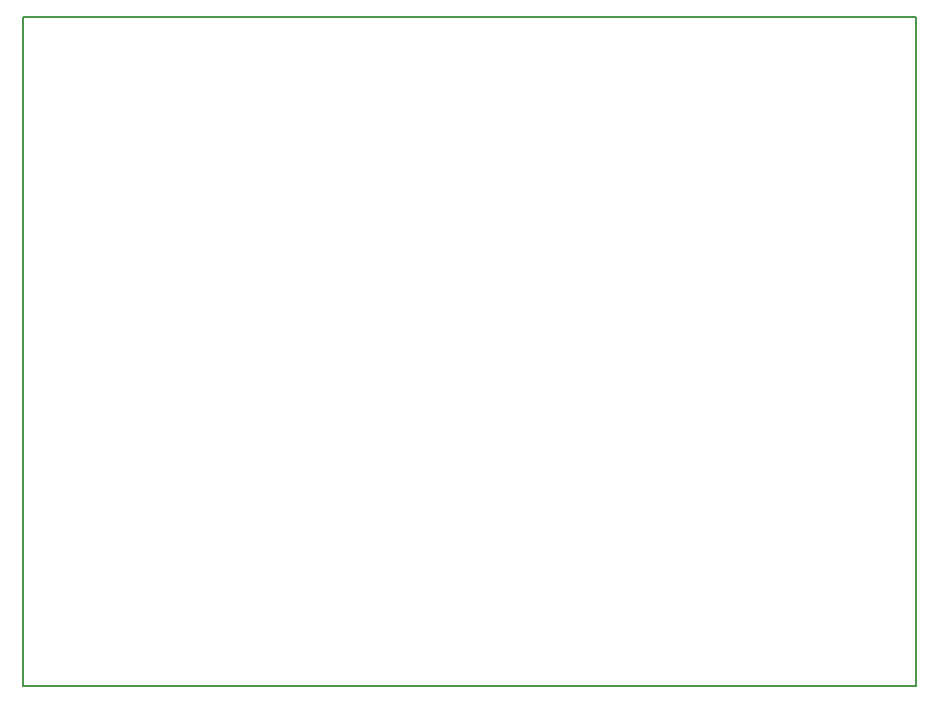
<source format=gbr>
G04 #@! TF.GenerationSoftware,KiCad,Pcbnew,(5.0.2)-1*
G04 #@! TF.CreationDate,2019-01-24T00:30:49-05:00*
G04 #@! TF.ProjectId,4x5macro,3478356d-6163-4726-9f2e-6b696361645f,rev?*
G04 #@! TF.SameCoordinates,Original*
G04 #@! TF.FileFunction,Profile,NP*
%FSLAX46Y46*%
G04 Gerber Fmt 4.6, Leading zero omitted, Abs format (unit mm)*
G04 Created by KiCad (PCBNEW (5.0.2)-1) date 1/24/2019 12:30:49 AM*
%MOMM*%
%LPD*%
G01*
G04 APERTURE LIST*
%ADD10C,0.150000*%
G04 APERTURE END LIST*
D10*
X41211500Y-74231500D02*
X41211500Y-17589500D01*
X116776500Y-74231500D02*
X41211500Y-74231500D01*
X116776500Y-17589500D02*
X116776500Y-74231500D01*
X41211500Y-17589500D02*
X116776500Y-17589500D01*
M02*

</source>
